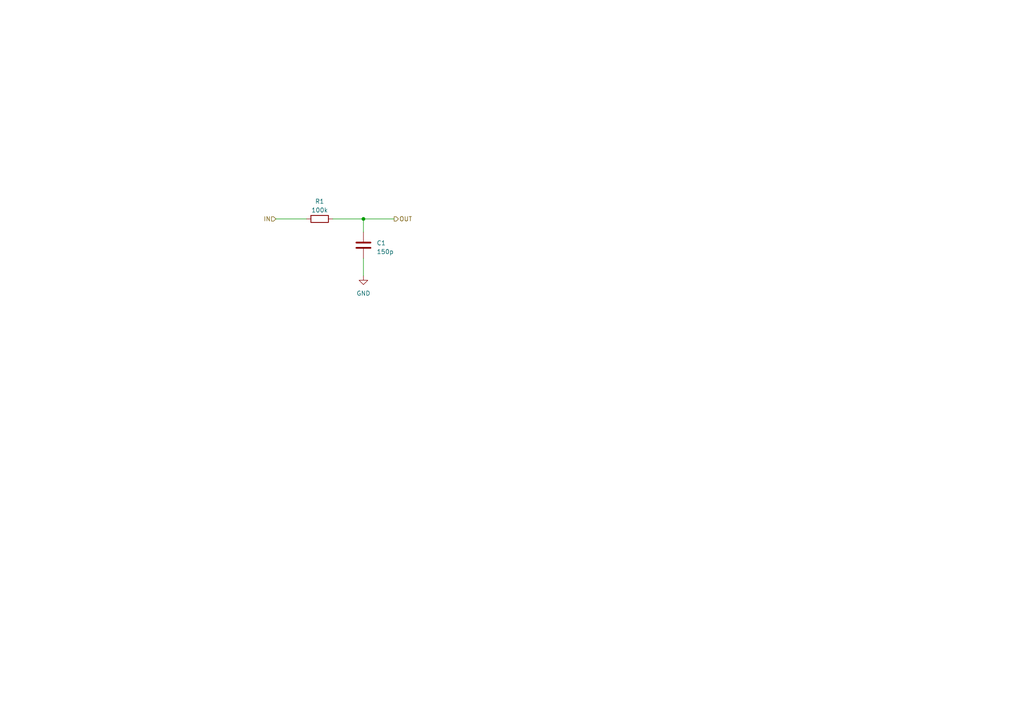
<source format=kicad_sch>
(kicad_sch (version 20250114) (generator "eeschema") (generator_version "9.0")
  (paper "A4")
  (title_block (title "Value change, two filters example") (date "2023-04-25") (rev "A") (company "Instituto Nacional de Tecnología Industrial (INTI)") (comment 1 "KiBot"))
  (lib_symbols
    (symbol "Device:C" (pin_numbers (hide yes)) (pin_names (offset 0.254))
      (property "Reference" "C" (at 0.635 2.54 0))
      (property "Value" "C" (at 0.635 -2.54 0))
      (symbol "C_0_1"
        (polyline (pts (xy -2.032 0.762) (xy 2.032 0.762)) (stroke (width 0.508)))
        (polyline (pts (xy -2.032 -0.762) (xy 2.032 -0.762)) (stroke (width 0.508)))
      )
      (symbol "C_1_1"
        (pin passive line (at 0 3.81 270) (length 2.794) (name "~") (number "1"))
        (pin passive line (at 0 -3.81 90) (length 2.794) (name "~") (number "2"))
      )
    )
    (symbol "Device:R" (pin_numbers (hide yes)) (pin_names (offset 0))
      (property "Reference" "R" (at 2.032 0 90))
      (property "Value" "R" (at 0 0 90))
      (symbol "R_0_1"
        (rectangle (start -1.016 -2.54) (end 1.016 2.54) (stroke (width 0.254)))
      )
      (symbol "R_1_1"
        (pin passive line (at 0 3.81 270) (length 1.27) (name "~") (number "1"))
        (pin passive line (at 0 -3.81 90) (length 1.27) (name "~") (number "2"))
      )
    )
    (symbol "power:GND" (power) (pin_names (offset 0))
      (property "Value" "GND" (at 0 -3.81 0))
      (symbol "GND_0_1"
        (polyline (pts (xy 0 0) (xy 0 -1.27) (xy 1.27 -1.27) (xy 0 -2.54) (xy -1.27 -1.27) (xy 0 -1.27)))
      )
      (symbol "GND_1_1"
        (pin power_in line (at 0 0 270) (length 0) (hide yes) (name "GND") (number "1"))
      )
    )
  )
  (junction (at 105.41 63.5))
  (wire (pts (xy 105.41 74.93) (xy 105.41 80.01)))
  (wire (pts (xy 80.01 63.5) (xy 88.9 63.5)))
  (wire (pts (xy 105.41 63.5) (xy 105.41 67.31)))
  (wire (pts (xy 96.52 63.5) (xy 105.41 63.5)))
  (wire (pts (xy 105.41 63.5) (xy 114.3 63.5)))
  (hierarchical_label "IN" (shape input) (at 80.01 63.5 180))
  (hierarchical_label "OUT" (shape output) (at 114.3 63.5 0))
  (symbol (lib_id "Device:R") (at 92.71 63.5 90) (unit 1)
    (property "Reference" "R1" (at 92.71 58.42 90))
    (property "Value" "100k" (at 92.71 60.96 90))
    (instances (project "value_change" (path "" (reference "R1") (unit 1)) (path "" (reference "R2") (unit 1)) (path "" (reference "R6") (unit 1)) (path "" (reference "R5") (unit 1)) (path "" (reference "R4") (unit 1)) (path "" (reference "R3") (unit 1))))
  )
  (symbol (lib_id "power:GND") (at 105.41 80.01 0) (unit 1)
    (property "Reference" "#PWR01" (effects (hide yes)))
    (property "Value" "GND" (at 105.41 85.09 0))
    (instances (project "value_change" (path "" (reference "#PWR01") (unit 1)) (path "" (reference "#PWR02") (unit 1)) (path "" (reference "#PWR08") (unit 1)) (path "" (reference "#PWR07") (unit 1)) (path "" (reference "#PWR06") (unit 1)) (path "" (reference "#PWR05") (unit 1))))
  )
  (symbol (lib_id "Device:C") (at 105.41 71.12 0) (unit 1)
    (property "Reference" "C1" (at 109.22 70.485 0) (effects (justify left)))
    (property "Value" "150p" (at 109.22 73.025 0) (effects (justify left)))
    (instances (project "value_change" (path "" (reference "C1") (unit 1)) (path "" (reference "C2") (unit 1)) (path "" (reference "C6") (unit 1)) (path "" (reference "C5") (unit 1)) (path "" (reference "C4") (unit 1)) (path "" (reference "C3") (unit 1))))
  )
)
</source>
